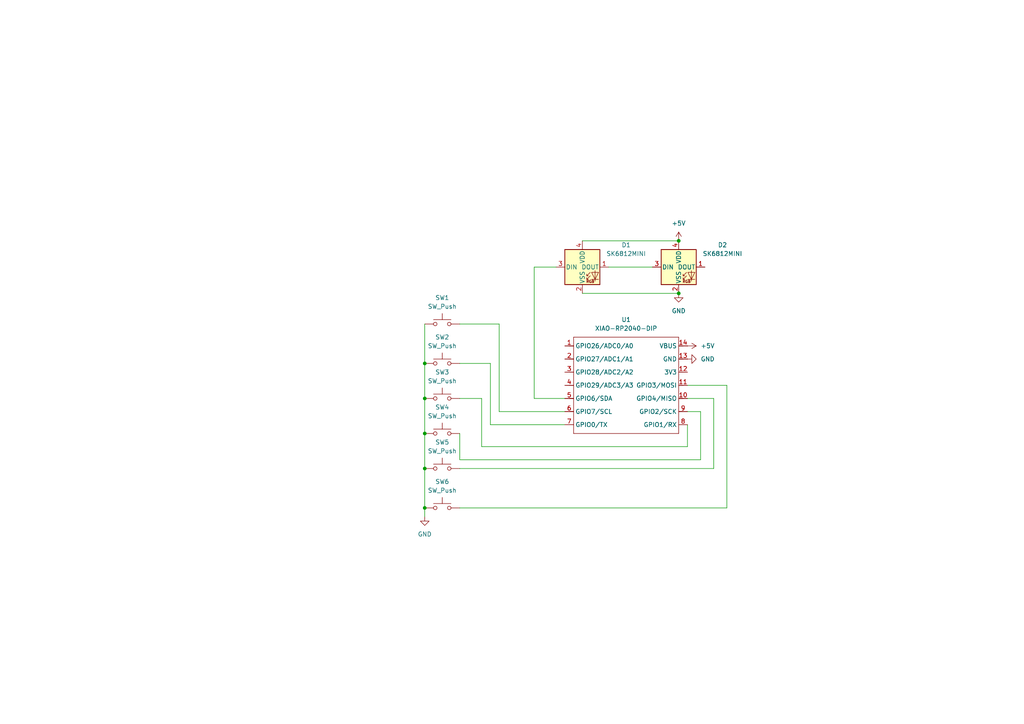
<source format=kicad_sch>
(kicad_sch
	(version 20250114)
	(generator "eeschema")
	(generator_version "9.0")
	(uuid "b92781f5-9c53-4bf3-a5d6-886faa2f9822")
	(paper "A4")
	(lib_symbols
		(symbol "LED:SK6812MINI"
			(pin_names
				(offset 0.254)
			)
			(exclude_from_sim no)
			(in_bom yes)
			(on_board yes)
			(property "Reference" "D"
				(at 5.08 5.715 0)
				(effects
					(font
						(size 1.27 1.27)
					)
					(justify right bottom)
				)
			)
			(property "Value" "SK6812MINI"
				(at 1.27 -5.715 0)
				(effects
					(font
						(size 1.27 1.27)
					)
					(justify left top)
				)
			)
			(property "Footprint" "LED_SMD:LED_SK6812MINI_PLCC4_3.5x3.5mm_P1.75mm"
				(at 1.27 -7.62 0)
				(effects
					(font
						(size 1.27 1.27)
					)
					(justify left top)
					(hide yes)
				)
			)
			(property "Datasheet" "https://cdn-shop.adafruit.com/product-files/2686/SK6812MINI_REV.01-1-2.pdf"
				(at 2.54 -9.525 0)
				(effects
					(font
						(size 1.27 1.27)
					)
					(justify left top)
					(hide yes)
				)
			)
			(property "Description" "RGB LED with integrated controller"
				(at 0 0 0)
				(effects
					(font
						(size 1.27 1.27)
					)
					(hide yes)
				)
			)
			(property "ki_keywords" "RGB LED NeoPixel Mini addressable"
				(at 0 0 0)
				(effects
					(font
						(size 1.27 1.27)
					)
					(hide yes)
				)
			)
			(property "ki_fp_filters" "LED*SK6812MINI*PLCC*3.5x3.5mm*P1.75mm*"
				(at 0 0 0)
				(effects
					(font
						(size 1.27 1.27)
					)
					(hide yes)
				)
			)
			(symbol "SK6812MINI_0_0"
				(text "RGB"
					(at 2.286 -4.191 0)
					(effects
						(font
							(size 0.762 0.762)
						)
					)
				)
			)
			(symbol "SK6812MINI_0_1"
				(polyline
					(pts
						(xy 1.27 -2.54) (xy 1.778 -2.54)
					)
					(stroke
						(width 0)
						(type default)
					)
					(fill
						(type none)
					)
				)
				(polyline
					(pts
						(xy 1.27 -3.556) (xy 1.778 -3.556)
					)
					(stroke
						(width 0)
						(type default)
					)
					(fill
						(type none)
					)
				)
				(polyline
					(pts
						(xy 2.286 -1.524) (xy 1.27 -2.54) (xy 1.27 -2.032)
					)
					(stroke
						(width 0)
						(type default)
					)
					(fill
						(type none)
					)
				)
				(polyline
					(pts
						(xy 2.286 -2.54) (xy 1.27 -3.556) (xy 1.27 -3.048)
					)
					(stroke
						(width 0)
						(type default)
					)
					(fill
						(type none)
					)
				)
				(polyline
					(pts
						(xy 3.683 -1.016) (xy 3.683 -3.556) (xy 3.683 -4.064)
					)
					(stroke
						(width 0)
						(type default)
					)
					(fill
						(type none)
					)
				)
				(polyline
					(pts
						(xy 4.699 -1.524) (xy 2.667 -1.524) (xy 3.683 -3.556) (xy 4.699 -1.524)
					)
					(stroke
						(width 0)
						(type default)
					)
					(fill
						(type none)
					)
				)
				(polyline
					(pts
						(xy 4.699 -3.556) (xy 2.667 -3.556)
					)
					(stroke
						(width 0)
						(type default)
					)
					(fill
						(type none)
					)
				)
				(rectangle
					(start 5.08 5.08)
					(end -5.08 -5.08)
					(stroke
						(width 0.254)
						(type default)
					)
					(fill
						(type background)
					)
				)
			)
			(symbol "SK6812MINI_1_1"
				(pin input line
					(at -7.62 0 0)
					(length 2.54)
					(name "DIN"
						(effects
							(font
								(size 1.27 1.27)
							)
						)
					)
					(number "3"
						(effects
							(font
								(size 1.27 1.27)
							)
						)
					)
				)
				(pin power_in line
					(at 0 7.62 270)
					(length 2.54)
					(name "VDD"
						(effects
							(font
								(size 1.27 1.27)
							)
						)
					)
					(number "4"
						(effects
							(font
								(size 1.27 1.27)
							)
						)
					)
				)
				(pin power_in line
					(at 0 -7.62 90)
					(length 2.54)
					(name "VSS"
						(effects
							(font
								(size 1.27 1.27)
							)
						)
					)
					(number "2"
						(effects
							(font
								(size 1.27 1.27)
							)
						)
					)
				)
				(pin output line
					(at 7.62 0 180)
					(length 2.54)
					(name "DOUT"
						(effects
							(font
								(size 1.27 1.27)
							)
						)
					)
					(number "1"
						(effects
							(font
								(size 1.27 1.27)
							)
						)
					)
				)
			)
			(embedded_fonts no)
		)
		(symbol "OPL:XIAO-RP2040-DIP"
			(exclude_from_sim no)
			(in_bom yes)
			(on_board yes)
			(property "Reference" "U"
				(at 0 0 0)
				(effects
					(font
						(size 1.27 1.27)
					)
				)
			)
			(property "Value" "XIAO-RP2040-DIP"
				(at 5.334 -1.778 0)
				(effects
					(font
						(size 1.27 1.27)
					)
				)
			)
			(property "Footprint" "Module:MOUDLE14P-XIAO-DIP-SMD"
				(at 14.478 -32.258 0)
				(effects
					(font
						(size 1.27 1.27)
					)
					(hide yes)
				)
			)
			(property "Datasheet" ""
				(at 0 0 0)
				(effects
					(font
						(size 1.27 1.27)
					)
					(hide yes)
				)
			)
			(property "Description" ""
				(at 0 0 0)
				(effects
					(font
						(size 1.27 1.27)
					)
					(hide yes)
				)
			)
			(symbol "XIAO-RP2040-DIP_1_0"
				(polyline
					(pts
						(xy -1.27 -2.54) (xy 29.21 -2.54)
					)
					(stroke
						(width 0.1524)
						(type solid)
					)
					(fill
						(type none)
					)
				)
				(polyline
					(pts
						(xy -1.27 -5.08) (xy -2.54 -5.08)
					)
					(stroke
						(width 0.1524)
						(type solid)
					)
					(fill
						(type none)
					)
				)
				(polyline
					(pts
						(xy -1.27 -5.08) (xy -1.27 -2.54)
					)
					(stroke
						(width 0.1524)
						(type solid)
					)
					(fill
						(type none)
					)
				)
				(polyline
					(pts
						(xy -1.27 -8.89) (xy -2.54 -8.89)
					)
					(stroke
						(width 0.1524)
						(type solid)
					)
					(fill
						(type none)
					)
				)
				(polyline
					(pts
						(xy -1.27 -8.89) (xy -1.27 -5.08)
					)
					(stroke
						(width 0.1524)
						(type solid)
					)
					(fill
						(type none)
					)
				)
				(polyline
					(pts
						(xy -1.27 -12.7) (xy -2.54 -12.7)
					)
					(stroke
						(width 0.1524)
						(type solid)
					)
					(fill
						(type none)
					)
				)
				(polyline
					(pts
						(xy -1.27 -12.7) (xy -1.27 -8.89)
					)
					(stroke
						(width 0.1524)
						(type solid)
					)
					(fill
						(type none)
					)
				)
				(polyline
					(pts
						(xy -1.27 -16.51) (xy -2.54 -16.51)
					)
					(stroke
						(width 0.1524)
						(type solid)
					)
					(fill
						(type none)
					)
				)
				(polyline
					(pts
						(xy -1.27 -16.51) (xy -1.27 -12.7)
					)
					(stroke
						(width 0.1524)
						(type solid)
					)
					(fill
						(type none)
					)
				)
				(polyline
					(pts
						(xy -1.27 -20.32) (xy -2.54 -20.32)
					)
					(stroke
						(width 0.1524)
						(type solid)
					)
					(fill
						(type none)
					)
				)
				(polyline
					(pts
						(xy -1.27 -24.13) (xy -2.54 -24.13)
					)
					(stroke
						(width 0.1524)
						(type solid)
					)
					(fill
						(type none)
					)
				)
				(polyline
					(pts
						(xy -1.27 -27.94) (xy -2.54 -27.94)
					)
					(stroke
						(width 0.1524)
						(type solid)
					)
					(fill
						(type none)
					)
				)
				(polyline
					(pts
						(xy -1.27 -30.48) (xy -1.27 -16.51)
					)
					(stroke
						(width 0.1524)
						(type solid)
					)
					(fill
						(type none)
					)
				)
				(polyline
					(pts
						(xy 29.21 -2.54) (xy 29.21 -5.08)
					)
					(stroke
						(width 0.1524)
						(type solid)
					)
					(fill
						(type none)
					)
				)
				(polyline
					(pts
						(xy 29.21 -5.08) (xy 29.21 -8.89)
					)
					(stroke
						(width 0.1524)
						(type solid)
					)
					(fill
						(type none)
					)
				)
				(polyline
					(pts
						(xy 29.21 -8.89) (xy 29.21 -12.7)
					)
					(stroke
						(width 0.1524)
						(type solid)
					)
					(fill
						(type none)
					)
				)
				(polyline
					(pts
						(xy 29.21 -12.7) (xy 29.21 -30.48)
					)
					(stroke
						(width 0.1524)
						(type solid)
					)
					(fill
						(type none)
					)
				)
				(polyline
					(pts
						(xy 29.21 -30.48) (xy -1.27 -30.48)
					)
					(stroke
						(width 0.1524)
						(type solid)
					)
					(fill
						(type none)
					)
				)
				(polyline
					(pts
						(xy 30.48 -5.08) (xy 29.21 -5.08)
					)
					(stroke
						(width 0.1524)
						(type solid)
					)
					(fill
						(type none)
					)
				)
				(polyline
					(pts
						(xy 30.48 -8.89) (xy 29.21 -8.89)
					)
					(stroke
						(width 0.1524)
						(type solid)
					)
					(fill
						(type none)
					)
				)
				(polyline
					(pts
						(xy 30.48 -12.7) (xy 29.21 -12.7)
					)
					(stroke
						(width 0.1524)
						(type solid)
					)
					(fill
						(type none)
					)
				)
				(polyline
					(pts
						(xy 30.48 -16.51) (xy 29.21 -16.51)
					)
					(stroke
						(width 0.1524)
						(type solid)
					)
					(fill
						(type none)
					)
				)
				(polyline
					(pts
						(xy 30.48 -20.32) (xy 29.21 -20.32)
					)
					(stroke
						(width 0.1524)
						(type solid)
					)
					(fill
						(type none)
					)
				)
				(polyline
					(pts
						(xy 30.48 -24.13) (xy 29.21 -24.13)
					)
					(stroke
						(width 0.1524)
						(type solid)
					)
					(fill
						(type none)
					)
				)
				(polyline
					(pts
						(xy 30.48 -27.94) (xy 29.21 -27.94)
					)
					(stroke
						(width 0.1524)
						(type solid)
					)
					(fill
						(type none)
					)
				)
				(pin passive line
					(at -3.81 -5.08 0)
					(length 2.54)
					(name "GPIO26/ADC0/A0"
						(effects
							(font
								(size 1.27 1.27)
							)
						)
					)
					(number "1"
						(effects
							(font
								(size 1.27 1.27)
							)
						)
					)
				)
				(pin passive line
					(at -3.81 -8.89 0)
					(length 2.54)
					(name "GPIO27/ADC1/A1"
						(effects
							(font
								(size 1.27 1.27)
							)
						)
					)
					(number "2"
						(effects
							(font
								(size 1.27 1.27)
							)
						)
					)
				)
				(pin passive line
					(at -3.81 -12.7 0)
					(length 2.54)
					(name "GPIO28/ADC2/A2"
						(effects
							(font
								(size 1.27 1.27)
							)
						)
					)
					(number "3"
						(effects
							(font
								(size 1.27 1.27)
							)
						)
					)
				)
				(pin passive line
					(at -3.81 -16.51 0)
					(length 2.54)
					(name "GPIO29/ADC3/A3"
						(effects
							(font
								(size 1.27 1.27)
							)
						)
					)
					(number "4"
						(effects
							(font
								(size 1.27 1.27)
							)
						)
					)
				)
				(pin passive line
					(at -3.81 -20.32 0)
					(length 2.54)
					(name "GPIO6/SDA"
						(effects
							(font
								(size 1.27 1.27)
							)
						)
					)
					(number "5"
						(effects
							(font
								(size 1.27 1.27)
							)
						)
					)
				)
				(pin passive line
					(at -3.81 -24.13 0)
					(length 2.54)
					(name "GPIO7/SCL"
						(effects
							(font
								(size 1.27 1.27)
							)
						)
					)
					(number "6"
						(effects
							(font
								(size 1.27 1.27)
							)
						)
					)
				)
				(pin passive line
					(at -3.81 -27.94 0)
					(length 2.54)
					(name "GPIO0/TX"
						(effects
							(font
								(size 1.27 1.27)
							)
						)
					)
					(number "7"
						(effects
							(font
								(size 1.27 1.27)
							)
						)
					)
				)
				(pin passive line
					(at 31.75 -5.08 180)
					(length 2.54)
					(name "VBUS"
						(effects
							(font
								(size 1.27 1.27)
							)
						)
					)
					(number "14"
						(effects
							(font
								(size 1.27 1.27)
							)
						)
					)
				)
				(pin passive line
					(at 31.75 -8.89 180)
					(length 2.54)
					(name "GND"
						(effects
							(font
								(size 1.27 1.27)
							)
						)
					)
					(number "13"
						(effects
							(font
								(size 1.27 1.27)
							)
						)
					)
				)
				(pin passive line
					(at 31.75 -12.7 180)
					(length 2.54)
					(name "3V3"
						(effects
							(font
								(size 1.27 1.27)
							)
						)
					)
					(number "12"
						(effects
							(font
								(size 1.27 1.27)
							)
						)
					)
				)
				(pin passive line
					(at 31.75 -16.51 180)
					(length 2.54)
					(name "GPIO3/MOSI"
						(effects
							(font
								(size 1.27 1.27)
							)
						)
					)
					(number "11"
						(effects
							(font
								(size 1.27 1.27)
							)
						)
					)
				)
				(pin passive line
					(at 31.75 -20.32 180)
					(length 2.54)
					(name "GPIO4/MISO"
						(effects
							(font
								(size 1.27 1.27)
							)
						)
					)
					(number "10"
						(effects
							(font
								(size 1.27 1.27)
							)
						)
					)
				)
				(pin passive line
					(at 31.75 -24.13 180)
					(length 2.54)
					(name "GPIO2/SCK"
						(effects
							(font
								(size 1.27 1.27)
							)
						)
					)
					(number "9"
						(effects
							(font
								(size 1.27 1.27)
							)
						)
					)
				)
				(pin passive line
					(at 31.75 -27.94 180)
					(length 2.54)
					(name "GPIO1/RX"
						(effects
							(font
								(size 1.27 1.27)
							)
						)
					)
					(number "8"
						(effects
							(font
								(size 1.27 1.27)
							)
						)
					)
				)
			)
			(embedded_fonts no)
		)
		(symbol "Switch:SW_Push"
			(pin_numbers
				(hide yes)
			)
			(pin_names
				(offset 1.016)
				(hide yes)
			)
			(exclude_from_sim no)
			(in_bom yes)
			(on_board yes)
			(property "Reference" "SW"
				(at 1.27 2.54 0)
				(effects
					(font
						(size 1.27 1.27)
					)
					(justify left)
				)
			)
			(property "Value" "SW_Push"
				(at 0 -1.524 0)
				(effects
					(font
						(size 1.27 1.27)
					)
				)
			)
			(property "Footprint" ""
				(at 0 5.08 0)
				(effects
					(font
						(size 1.27 1.27)
					)
					(hide yes)
				)
			)
			(property "Datasheet" "~"
				(at 0 5.08 0)
				(effects
					(font
						(size 1.27 1.27)
					)
					(hide yes)
				)
			)
			(property "Description" "Push button switch, generic, two pins"
				(at 0 0 0)
				(effects
					(font
						(size 1.27 1.27)
					)
					(hide yes)
				)
			)
			(property "ki_keywords" "switch normally-open pushbutton push-button"
				(at 0 0 0)
				(effects
					(font
						(size 1.27 1.27)
					)
					(hide yes)
				)
			)
			(symbol "SW_Push_0_1"
				(circle
					(center -2.032 0)
					(radius 0.508)
					(stroke
						(width 0)
						(type default)
					)
					(fill
						(type none)
					)
				)
				(polyline
					(pts
						(xy 0 1.27) (xy 0 3.048)
					)
					(stroke
						(width 0)
						(type default)
					)
					(fill
						(type none)
					)
				)
				(circle
					(center 2.032 0)
					(radius 0.508)
					(stroke
						(width 0)
						(type default)
					)
					(fill
						(type none)
					)
				)
				(polyline
					(pts
						(xy 2.54 1.27) (xy -2.54 1.27)
					)
					(stroke
						(width 0)
						(type default)
					)
					(fill
						(type none)
					)
				)
				(pin passive line
					(at -5.08 0 0)
					(length 2.54)
					(name "1"
						(effects
							(font
								(size 1.27 1.27)
							)
						)
					)
					(number "1"
						(effects
							(font
								(size 1.27 1.27)
							)
						)
					)
				)
				(pin passive line
					(at 5.08 0 180)
					(length 2.54)
					(name "2"
						(effects
							(font
								(size 1.27 1.27)
							)
						)
					)
					(number "2"
						(effects
							(font
								(size 1.27 1.27)
							)
						)
					)
				)
			)
			(embedded_fonts no)
		)
		(symbol "power:+5V"
			(power)
			(pin_numbers
				(hide yes)
			)
			(pin_names
				(offset 0)
				(hide yes)
			)
			(exclude_from_sim no)
			(in_bom yes)
			(on_board yes)
			(property "Reference" "#PWR"
				(at 0 -3.81 0)
				(effects
					(font
						(size 1.27 1.27)
					)
					(hide yes)
				)
			)
			(property "Value" "+5V"
				(at 0 3.556 0)
				(effects
					(font
						(size 1.27 1.27)
					)
				)
			)
			(property "Footprint" ""
				(at 0 0 0)
				(effects
					(font
						(size 1.27 1.27)
					)
					(hide yes)
				)
			)
			(property "Datasheet" ""
				(at 0 0 0)
				(effects
					(font
						(size 1.27 1.27)
					)
					(hide yes)
				)
			)
			(property "Description" "Power symbol creates a global label with name \"+5V\""
				(at 0 0 0)
				(effects
					(font
						(size 1.27 1.27)
					)
					(hide yes)
				)
			)
			(property "ki_keywords" "global power"
				(at 0 0 0)
				(effects
					(font
						(size 1.27 1.27)
					)
					(hide yes)
				)
			)
			(symbol "+5V_0_1"
				(polyline
					(pts
						(xy -0.762 1.27) (xy 0 2.54)
					)
					(stroke
						(width 0)
						(type default)
					)
					(fill
						(type none)
					)
				)
				(polyline
					(pts
						(xy 0 2.54) (xy 0.762 1.27)
					)
					(stroke
						(width 0)
						(type default)
					)
					(fill
						(type none)
					)
				)
				(polyline
					(pts
						(xy 0 0) (xy 0 2.54)
					)
					(stroke
						(width 0)
						(type default)
					)
					(fill
						(type none)
					)
				)
			)
			(symbol "+5V_1_1"
				(pin power_in line
					(at 0 0 90)
					(length 0)
					(name "~"
						(effects
							(font
								(size 1.27 1.27)
							)
						)
					)
					(number "1"
						(effects
							(font
								(size 1.27 1.27)
							)
						)
					)
				)
			)
			(embedded_fonts no)
		)
		(symbol "power:GND"
			(power)
			(pin_numbers
				(hide yes)
			)
			(pin_names
				(offset 0)
				(hide yes)
			)
			(exclude_from_sim no)
			(in_bom yes)
			(on_board yes)
			(property "Reference" "#PWR"
				(at 0 -6.35 0)
				(effects
					(font
						(size 1.27 1.27)
					)
					(hide yes)
				)
			)
			(property "Value" "GND"
				(at 0 -3.81 0)
				(effects
					(font
						(size 1.27 1.27)
					)
				)
			)
			(property "Footprint" ""
				(at 0 0 0)
				(effects
					(font
						(size 1.27 1.27)
					)
					(hide yes)
				)
			)
			(property "Datasheet" ""
				(at 0 0 0)
				(effects
					(font
						(size 1.27 1.27)
					)
					(hide yes)
				)
			)
			(property "Description" "Power symbol creates a global label with name \"GND\" , ground"
				(at 0 0 0)
				(effects
					(font
						(size 1.27 1.27)
					)
					(hide yes)
				)
			)
			(property "ki_keywords" "global power"
				(at 0 0 0)
				(effects
					(font
						(size 1.27 1.27)
					)
					(hide yes)
				)
			)
			(symbol "GND_0_1"
				(polyline
					(pts
						(xy 0 0) (xy 0 -1.27) (xy 1.27 -1.27) (xy 0 -2.54) (xy -1.27 -1.27) (xy 0 -1.27)
					)
					(stroke
						(width 0)
						(type default)
					)
					(fill
						(type none)
					)
				)
			)
			(symbol "GND_1_1"
				(pin power_in line
					(at 0 0 270)
					(length 0)
					(name "~"
						(effects
							(font
								(size 1.27 1.27)
							)
						)
					)
					(number "1"
						(effects
							(font
								(size 1.27 1.27)
							)
						)
					)
				)
			)
			(embedded_fonts no)
		)
	)
	(junction
		(at 123.19 147.32)
		(diameter 0)
		(color 0 0 0 0)
		(uuid "35103a3f-05d5-4a56-82e0-8c13ade06f30")
	)
	(junction
		(at 123.19 105.41)
		(diameter 0)
		(color 0 0 0 0)
		(uuid "6493dc78-c47c-4a4a-bf6f-e928b94628c3")
	)
	(junction
		(at 123.19 135.89)
		(diameter 0)
		(color 0 0 0 0)
		(uuid "75c5ffd2-c8ff-4b27-9d60-276ec2e758bb")
	)
	(junction
		(at 123.19 125.73)
		(diameter 0)
		(color 0 0 0 0)
		(uuid "7717aa69-7df7-41c2-8e4e-6ffaec41410d")
	)
	(junction
		(at 196.85 85.09)
		(diameter 0)
		(color 0 0 0 0)
		(uuid "bff09880-9b4e-4584-bb79-f8dcc0988f35")
	)
	(junction
		(at 123.19 115.57)
		(diameter 0)
		(color 0 0 0 0)
		(uuid "c5593558-73c8-4fc9-86e2-fa6da38c48d9")
	)
	(junction
		(at 196.85 69.85)
		(diameter 0)
		(color 0 0 0 0)
		(uuid "ed4d4277-f362-48d1-8c50-dff63ccc08ef")
	)
	(wire
		(pts
			(xy 133.35 133.35) (xy 133.35 125.73)
		)
		(stroke
			(width 0)
			(type default)
		)
		(uuid "15a0f243-ccee-4431-b908-2ee12eb2f349")
	)
	(wire
		(pts
			(xy 168.91 85.09) (xy 196.85 85.09)
		)
		(stroke
			(width 0)
			(type default)
		)
		(uuid "181dae45-fae9-4509-aa0d-70c832dee3ff")
	)
	(wire
		(pts
			(xy 176.53 77.47) (xy 189.23 77.47)
		)
		(stroke
			(width 0)
			(type default)
		)
		(uuid "20a75438-ec17-4d0f-8181-19c097b69738")
	)
	(wire
		(pts
			(xy 203.2 133.35) (xy 133.35 133.35)
		)
		(stroke
			(width 0)
			(type default)
		)
		(uuid "31f476f4-5a9c-4047-8168-b82c14830ee8")
	)
	(wire
		(pts
			(xy 123.19 93.98) (xy 123.19 105.41)
		)
		(stroke
			(width 0)
			(type default)
		)
		(uuid "34bd4eef-0e17-44eb-b187-53ca75c83059")
	)
	(wire
		(pts
			(xy 123.19 147.32) (xy 123.19 149.86)
		)
		(stroke
			(width 0)
			(type default)
		)
		(uuid "436530f6-9bf2-4192-ae46-6e00b9a269ef")
	)
	(wire
		(pts
			(xy 154.94 77.47) (xy 154.94 115.57)
		)
		(stroke
			(width 0)
			(type default)
		)
		(uuid "515007e0-e495-49de-a9f3-5656a00da80d")
	)
	(wire
		(pts
			(xy 133.35 135.89) (xy 207.01 135.89)
		)
		(stroke
			(width 0)
			(type default)
		)
		(uuid "5585181c-e417-4dc5-b829-788f33838239")
	)
	(wire
		(pts
			(xy 133.35 115.57) (xy 139.7 115.57)
		)
		(stroke
			(width 0)
			(type default)
		)
		(uuid "5feffcf9-c6a5-494a-b2ae-7659dad264b0")
	)
	(wire
		(pts
			(xy 207.01 115.57) (xy 199.39 115.57)
		)
		(stroke
			(width 0)
			(type default)
		)
		(uuid "60d082a5-d4d0-470a-91e2-0d4b13d2d4d4")
	)
	(wire
		(pts
			(xy 139.7 115.57) (xy 139.7 129.54)
		)
		(stroke
			(width 0)
			(type default)
		)
		(uuid "676de504-c5e1-4a54-9f00-c1934b4bab2f")
	)
	(wire
		(pts
			(xy 123.19 115.57) (xy 123.19 125.73)
		)
		(stroke
			(width 0)
			(type default)
		)
		(uuid "6e8ba0e6-264b-4729-b136-89b162734902")
	)
	(wire
		(pts
			(xy 144.78 93.98) (xy 133.35 93.98)
		)
		(stroke
			(width 0)
			(type default)
		)
		(uuid "6fa92737-f034-444a-bd75-2f4515ed374d")
	)
	(wire
		(pts
			(xy 199.39 119.38) (xy 203.2 119.38)
		)
		(stroke
			(width 0)
			(type default)
		)
		(uuid "7305535e-e6a6-4e15-8717-392258c4d3d5")
	)
	(wire
		(pts
			(xy 142.24 123.19) (xy 163.83 123.19)
		)
		(stroke
			(width 0)
			(type default)
		)
		(uuid "7b3a4625-0495-4ad5-9c1d-af29e379d619")
	)
	(wire
		(pts
			(xy 203.2 119.38) (xy 203.2 133.35)
		)
		(stroke
			(width 0)
			(type default)
		)
		(uuid "7e8376f3-92ea-470e-afdb-03665cdf285c")
	)
	(wire
		(pts
			(xy 123.19 135.89) (xy 123.19 147.32)
		)
		(stroke
			(width 0)
			(type default)
		)
		(uuid "8562cc4d-bca8-48a1-8c35-5341e74964df")
	)
	(wire
		(pts
			(xy 139.7 129.54) (xy 199.39 129.54)
		)
		(stroke
			(width 0)
			(type default)
		)
		(uuid "a9bb81fb-f9e1-4f93-a764-c40dd7a63747")
	)
	(wire
		(pts
			(xy 163.83 119.38) (xy 144.78 119.38)
		)
		(stroke
			(width 0)
			(type default)
		)
		(uuid "accd7c57-b80b-44f6-b8e0-54a1120d4725")
	)
	(wire
		(pts
			(xy 199.39 111.76) (xy 210.82 111.76)
		)
		(stroke
			(width 0)
			(type default)
		)
		(uuid "ae93c11c-45e3-49d4-b909-8ef392281bcd")
	)
	(wire
		(pts
			(xy 210.82 111.76) (xy 210.82 147.32)
		)
		(stroke
			(width 0)
			(type default)
		)
		(uuid "aee0f4a2-6e84-47ef-8631-88512eb44b86")
	)
	(wire
		(pts
			(xy 199.39 129.54) (xy 199.39 123.19)
		)
		(stroke
			(width 0)
			(type default)
		)
		(uuid "c787b102-1b7c-41ea-ac89-d8d8e51185c2")
	)
	(wire
		(pts
			(xy 161.29 77.47) (xy 154.94 77.47)
		)
		(stroke
			(width 0)
			(type default)
		)
		(uuid "c9badb16-85a8-4ab5-a99b-0590b0392839")
	)
	(wire
		(pts
			(xy 123.19 125.73) (xy 123.19 135.89)
		)
		(stroke
			(width 0)
			(type default)
		)
		(uuid "d09f020b-db11-455a-b40d-e94f5648d903")
	)
	(wire
		(pts
			(xy 142.24 105.41) (xy 142.24 123.19)
		)
		(stroke
			(width 0)
			(type default)
		)
		(uuid "e7e2cdc4-4ad3-4ba3-b86a-522b5d6f09a4")
	)
	(wire
		(pts
			(xy 168.91 69.85) (xy 196.85 69.85)
		)
		(stroke
			(width 0)
			(type default)
		)
		(uuid "ea9d5d44-3ca3-4a52-bba4-78f22b3ea1de")
	)
	(wire
		(pts
			(xy 123.19 105.41) (xy 123.19 115.57)
		)
		(stroke
			(width 0)
			(type default)
		)
		(uuid "ebfb182a-6fbb-46f7-9115-5b18479c8fe6")
	)
	(wire
		(pts
			(xy 210.82 147.32) (xy 133.35 147.32)
		)
		(stroke
			(width 0)
			(type default)
		)
		(uuid "f0e54388-860a-4ad7-8774-9d29e4c8261f")
	)
	(wire
		(pts
			(xy 154.94 115.57) (xy 163.83 115.57)
		)
		(stroke
			(width 0)
			(type default)
		)
		(uuid "f1abbb56-ad85-40de-983b-174385396111")
	)
	(wire
		(pts
			(xy 144.78 119.38) (xy 144.78 93.98)
		)
		(stroke
			(width 0)
			(type default)
		)
		(uuid "f3bf0ec2-bcc2-4352-af86-34689c8ac33f")
	)
	(wire
		(pts
			(xy 207.01 135.89) (xy 207.01 115.57)
		)
		(stroke
			(width 0)
			(type default)
		)
		(uuid "fa6425a3-2efa-4106-9170-8a16f5b39973")
	)
	(wire
		(pts
			(xy 133.35 105.41) (xy 142.24 105.41)
		)
		(stroke
			(width 0)
			(type default)
		)
		(uuid "fb9a974c-389a-4ab6-8c28-e1a5b562c2e3")
	)
	(symbol
		(lib_id "Switch:SW_Push")
		(at 128.27 125.73 0)
		(unit 1)
		(exclude_from_sim no)
		(in_bom yes)
		(on_board yes)
		(dnp no)
		(fields_autoplaced yes)
		(uuid "11289134-289e-46f7-9ded-f6ed1364ccaf")
		(property "Reference" "SW4"
			(at 128.27 118.11 0)
			(effects
				(font
					(size 1.27 1.27)
				)
			)
		)
		(property "Value" "SW_Push"
			(at 128.27 120.65 0)
			(effects
				(font
					(size 1.27 1.27)
				)
			)
		)
		(property "Footprint" "Button_Switch_Keyboard:SW_Cherry_MX_1.00u_PCB"
			(at 128.27 120.65 0)
			(effects
				(font
					(size 1.27 1.27)
				)
				(hide yes)
			)
		)
		(property "Datasheet" "~"
			(at 128.27 120.65 0)
			(effects
				(font
					(size 1.27 1.27)
				)
				(hide yes)
			)
		)
		(property "Description" "Push button switch, generic, two pins"
			(at 128.27 125.73 0)
			(effects
				(font
					(size 1.27 1.27)
				)
				(hide yes)
			)
		)
		(pin "2"
			(uuid "5a861bdc-d257-49c2-b8c6-1736966d9c23")
		)
		(pin "1"
			(uuid "75e904b3-7a54-4ac6-9a75-1e7285c9529e")
		)
		(instances
			(project ""
				(path "/b92781f5-9c53-4bf3-a5d6-886faa2f9822"
					(reference "SW4")
					(unit 1)
				)
			)
		)
	)
	(symbol
		(lib_id "power:+5V")
		(at 199.39 100.33 270)
		(unit 1)
		(exclude_from_sim no)
		(in_bom yes)
		(on_board yes)
		(dnp no)
		(fields_autoplaced yes)
		(uuid "2253ab2a-38b9-4e54-9432-fb17230f4194")
		(property "Reference" "#PWR03"
			(at 195.58 100.33 0)
			(effects
				(font
					(size 1.27 1.27)
				)
				(hide yes)
			)
		)
		(property "Value" "+5V"
			(at 203.2 100.3299 90)
			(effects
				(font
					(size 1.27 1.27)
				)
				(justify left)
			)
		)
		(property "Footprint" ""
			(at 199.39 100.33 0)
			(effects
				(font
					(size 1.27 1.27)
				)
				(hide yes)
			)
		)
		(property "Datasheet" ""
			(at 199.39 100.33 0)
			(effects
				(font
					(size 1.27 1.27)
				)
				(hide yes)
			)
		)
		(property "Description" "Power symbol creates a global label with name \"+5V\""
			(at 199.39 100.33 0)
			(effects
				(font
					(size 1.27 1.27)
				)
				(hide yes)
			)
		)
		(pin "1"
			(uuid "59c7a895-ba83-4e4c-87c5-c2287d53f160")
		)
		(instances
			(project ""
				(path "/b92781f5-9c53-4bf3-a5d6-886faa2f9822"
					(reference "#PWR03")
					(unit 1)
				)
			)
		)
	)
	(symbol
		(lib_id "Switch:SW_Push")
		(at 128.27 93.98 0)
		(unit 1)
		(exclude_from_sim no)
		(in_bom yes)
		(on_board yes)
		(dnp no)
		(fields_autoplaced yes)
		(uuid "27370bed-4a55-4484-925c-235ee26c935c")
		(property "Reference" "SW1"
			(at 128.27 86.36 0)
			(effects
				(font
					(size 1.27 1.27)
				)
			)
		)
		(property "Value" "SW_Push"
			(at 128.27 88.9 0)
			(effects
				(font
					(size 1.27 1.27)
				)
			)
		)
		(property "Footprint" "Button_Switch_Keyboard:SW_Cherry_MX_1.00u_PCB"
			(at 128.27 88.9 0)
			(effects
				(font
					(size 1.27 1.27)
				)
				(hide yes)
			)
		)
		(property "Datasheet" "~"
			(at 128.27 88.9 0)
			(effects
				(font
					(size 1.27 1.27)
				)
				(hide yes)
			)
		)
		(property "Description" "Push button switch, generic, two pins"
			(at 128.27 93.98 0)
			(effects
				(font
					(size 1.27 1.27)
				)
				(hide yes)
			)
		)
		(pin "2"
			(uuid "851d0394-699f-43a0-abcf-d403e339ec13")
		)
		(pin "1"
			(uuid "46716e04-b5c5-4ec5-93f2-e42f38a98c07")
		)
		(instances
			(project ""
				(path "/b92781f5-9c53-4bf3-a5d6-886faa2f9822"
					(reference "SW1")
					(unit 1)
				)
			)
		)
	)
	(symbol
		(lib_id "power:+5V")
		(at 196.85 69.85 0)
		(unit 1)
		(exclude_from_sim no)
		(in_bom yes)
		(on_board yes)
		(dnp no)
		(fields_autoplaced yes)
		(uuid "39a2c8e2-6122-4e6c-8112-284ccbb69404")
		(property "Reference" "#PWR01"
			(at 196.85 73.66 0)
			(effects
				(font
					(size 1.27 1.27)
				)
				(hide yes)
			)
		)
		(property "Value" "+5V"
			(at 196.85 64.77 0)
			(effects
				(font
					(size 1.27 1.27)
				)
			)
		)
		(property "Footprint" ""
			(at 196.85 69.85 0)
			(effects
				(font
					(size 1.27 1.27)
				)
				(hide yes)
			)
		)
		(property "Datasheet" ""
			(at 196.85 69.85 0)
			(effects
				(font
					(size 1.27 1.27)
				)
				(hide yes)
			)
		)
		(property "Description" "Power symbol creates a global label with name \"+5V\""
			(at 196.85 69.85 0)
			(effects
				(font
					(size 1.27 1.27)
				)
				(hide yes)
			)
		)
		(pin "1"
			(uuid "f12990f4-a172-4001-a573-a4bdf33ede3e")
		)
		(instances
			(project ""
				(path "/b92781f5-9c53-4bf3-a5d6-886faa2f9822"
					(reference "#PWR01")
					(unit 1)
				)
			)
		)
	)
	(symbol
		(lib_id "LED:SK6812MINI")
		(at 168.91 77.47 0)
		(unit 1)
		(exclude_from_sim no)
		(in_bom yes)
		(on_board yes)
		(dnp no)
		(fields_autoplaced yes)
		(uuid "5444fe05-d582-42df-8046-c5c4df87fa8c")
		(property "Reference" "D1"
			(at 181.61 71.0498 0)
			(effects
				(font
					(size 1.27 1.27)
				)
			)
		)
		(property "Value" "SK6812MINI"
			(at 181.61 73.5898 0)
			(effects
				(font
					(size 1.27 1.27)
				)
			)
		)
		(property "Footprint" "LED_SMD:LED_SK6812MINI_PLCC4_3.5x3.5mm_P1.75mm"
			(at 170.18 85.09 0)
			(effects
				(font
					(size 1.27 1.27)
				)
				(justify left top)
				(hide yes)
			)
		)
		(property "Datasheet" "https://cdn-shop.adafruit.com/product-files/2686/SK6812MINI_REV.01-1-2.pdf"
			(at 171.45 86.995 0)
			(effects
				(font
					(size 1.27 1.27)
				)
				(justify left top)
				(hide yes)
			)
		)
		(property "Description" "RGB LED with integrated controller"
			(at 168.91 77.47 0)
			(effects
				(font
					(size 1.27 1.27)
				)
				(hide yes)
			)
		)
		(pin "3"
			(uuid "bd757567-19de-435a-98e5-2c6e30964779")
		)
		(pin "4"
			(uuid "d02f0e3c-5df5-4cdb-b9f6-e53ea69c403e")
		)
		(pin "2"
			(uuid "1394a5ac-3c24-4e95-a0d4-6aea127363e7")
		)
		(pin "1"
			(uuid "b8b2d262-6b10-48e6-9390-352efe04b36c")
		)
		(instances
			(project ""
				(path "/b92781f5-9c53-4bf3-a5d6-886faa2f9822"
					(reference "D1")
					(unit 1)
				)
			)
		)
	)
	(symbol
		(lib_id "Switch:SW_Push")
		(at 128.27 135.89 0)
		(unit 1)
		(exclude_from_sim no)
		(in_bom yes)
		(on_board yes)
		(dnp no)
		(fields_autoplaced yes)
		(uuid "6c0b9cbd-9d08-414b-a674-9c9d4e037d07")
		(property "Reference" "SW5"
			(at 128.27 128.27 0)
			(effects
				(font
					(size 1.27 1.27)
				)
			)
		)
		(property "Value" "SW_Push"
			(at 128.27 130.81 0)
			(effects
				(font
					(size 1.27 1.27)
				)
			)
		)
		(property "Footprint" "Button_Switch_Keyboard:SW_Cherry_MX_1.00u_PCB"
			(at 128.27 130.81 0)
			(effects
				(font
					(size 1.27 1.27)
				)
				(hide yes)
			)
		)
		(property "Datasheet" "~"
			(at 128.27 130.81 0)
			(effects
				(font
					(size 1.27 1.27)
				)
				(hide yes)
			)
		)
		(property "Description" "Push button switch, generic, two pins"
			(at 128.27 135.89 0)
			(effects
				(font
					(size 1.27 1.27)
				)
				(hide yes)
			)
		)
		(pin "2"
			(uuid "2fcaab2f-f252-4783-9b81-1c24afc20cf5")
		)
		(pin "1"
			(uuid "e9955af1-a66a-4c63-a1a2-a2522c3d0f80")
		)
		(instances
			(project ""
				(path "/b92781f5-9c53-4bf3-a5d6-886faa2f9822"
					(reference "SW5")
					(unit 1)
				)
			)
		)
	)
	(symbol
		(lib_id "Switch:SW_Push")
		(at 128.27 115.57 0)
		(unit 1)
		(exclude_from_sim no)
		(in_bom yes)
		(on_board yes)
		(dnp no)
		(fields_autoplaced yes)
		(uuid "9ec151dd-900f-4e79-99b8-4c629d7c1313")
		(property "Reference" "SW3"
			(at 128.27 107.95 0)
			(effects
				(font
					(size 1.27 1.27)
				)
			)
		)
		(property "Value" "SW_Push"
			(at 128.27 110.49 0)
			(effects
				(font
					(size 1.27 1.27)
				)
			)
		)
		(property "Footprint" "Button_Switch_Keyboard:SW_Cherry_MX_1.00u_PCB"
			(at 128.27 110.49 0)
			(effects
				(font
					(size 1.27 1.27)
				)
				(hide yes)
			)
		)
		(property "Datasheet" "~"
			(at 128.27 110.49 0)
			(effects
				(font
					(size 1.27 1.27)
				)
				(hide yes)
			)
		)
		(property "Description" "Push button switch, generic, two pins"
			(at 128.27 115.57 0)
			(effects
				(font
					(size 1.27 1.27)
				)
				(hide yes)
			)
		)
		(pin "2"
			(uuid "8f9252b2-2a5f-44d3-9d96-c6ffa28bc539")
		)
		(pin "1"
			(uuid "c425974f-7a9f-4ced-aba9-119a7b26be76")
		)
		(instances
			(project ""
				(path "/b92781f5-9c53-4bf3-a5d6-886faa2f9822"
					(reference "SW3")
					(unit 1)
				)
			)
		)
	)
	(symbol
		(lib_id "power:GND")
		(at 123.19 149.86 0)
		(unit 1)
		(exclude_from_sim no)
		(in_bom yes)
		(on_board yes)
		(dnp no)
		(fields_autoplaced yes)
		(uuid "a208d437-bf71-40e9-8523-506390b6e71f")
		(property "Reference" "#PWR05"
			(at 123.19 156.21 0)
			(effects
				(font
					(size 1.27 1.27)
				)
				(hide yes)
			)
		)
		(property "Value" "GND"
			(at 123.19 154.94 0)
			(effects
				(font
					(size 1.27 1.27)
				)
			)
		)
		(property "Footprint" ""
			(at 123.19 149.86 0)
			(effects
				(font
					(size 1.27 1.27)
				)
				(hide yes)
			)
		)
		(property "Datasheet" ""
			(at 123.19 149.86 0)
			(effects
				(font
					(size 1.27 1.27)
				)
				(hide yes)
			)
		)
		(property "Description" "Power symbol creates a global label with name \"GND\" , ground"
			(at 123.19 149.86 0)
			(effects
				(font
					(size 1.27 1.27)
				)
				(hide yes)
			)
		)
		(pin "1"
			(uuid "c818c65d-707b-4c9f-958f-b8b09d639d70")
		)
		(instances
			(project ""
				(path "/b92781f5-9c53-4bf3-a5d6-886faa2f9822"
					(reference "#PWR05")
					(unit 1)
				)
			)
		)
	)
	(symbol
		(lib_id "Switch:SW_Push")
		(at 128.27 147.32 0)
		(unit 1)
		(exclude_from_sim no)
		(in_bom yes)
		(on_board yes)
		(dnp no)
		(fields_autoplaced yes)
		(uuid "aa2e7122-9680-4766-98a6-76096caee787")
		(property "Reference" "SW6"
			(at 128.27 139.7 0)
			(effects
				(font
					(size 1.27 1.27)
				)
			)
		)
		(property "Value" "SW_Push"
			(at 128.27 142.24 0)
			(effects
				(font
					(size 1.27 1.27)
				)
			)
		)
		(property "Footprint" "Button_Switch_Keyboard:SW_Cherry_MX_1.00u_PCB"
			(at 128.27 142.24 0)
			(effects
				(font
					(size 1.27 1.27)
				)
				(hide yes)
			)
		)
		(property "Datasheet" "~"
			(at 128.27 142.24 0)
			(effects
				(font
					(size 1.27 1.27)
				)
				(hide yes)
			)
		)
		(property "Description" "Push button switch, generic, two pins"
			(at 128.27 147.32 0)
			(effects
				(font
					(size 1.27 1.27)
				)
				(hide yes)
			)
		)
		(pin "2"
			(uuid "17b0bfc7-4111-4a57-8aeb-2773cc8f2161")
		)
		(pin "1"
			(uuid "a7a5b8ef-3261-456b-a8f9-ac0cc98ce7cd")
		)
		(instances
			(project ""
				(path "/b92781f5-9c53-4bf3-a5d6-886faa2f9822"
					(reference "SW6")
					(unit 1)
				)
			)
		)
	)
	(symbol
		(lib_id "power:GND")
		(at 196.85 85.09 0)
		(unit 1)
		(exclude_from_sim no)
		(in_bom yes)
		(on_board yes)
		(dnp no)
		(fields_autoplaced yes)
		(uuid "c41d03fd-8aa5-4e3e-b0cd-13f3cccc93a2")
		(property "Reference" "#PWR02"
			(at 196.85 91.44 0)
			(effects
				(font
					(size 1.27 1.27)
				)
				(hide yes)
			)
		)
		(property "Value" "GND"
			(at 196.85 90.17 0)
			(effects
				(font
					(size 1.27 1.27)
				)
			)
		)
		(property "Footprint" ""
			(at 196.85 85.09 0)
			(effects
				(font
					(size 1.27 1.27)
				)
				(hide yes)
			)
		)
		(property "Datasheet" ""
			(at 196.85 85.09 0)
			(effects
				(font
					(size 1.27 1.27)
				)
				(hide yes)
			)
		)
		(property "Description" "Power symbol creates a global label with name \"GND\" , ground"
			(at 196.85 85.09 0)
			(effects
				(font
					(size 1.27 1.27)
				)
				(hide yes)
			)
		)
		(pin "1"
			(uuid "e42d62ea-4539-4dff-a16c-5b56a53cc7dd")
		)
		(instances
			(project ""
				(path "/b92781f5-9c53-4bf3-a5d6-886faa2f9822"
					(reference "#PWR02")
					(unit 1)
				)
			)
		)
	)
	(symbol
		(lib_id "power:GND")
		(at 199.39 104.14 90)
		(unit 1)
		(exclude_from_sim no)
		(in_bom yes)
		(on_board yes)
		(dnp no)
		(fields_autoplaced yes)
		(uuid "d49efd97-16e3-4759-bb19-0d9f1d758d89")
		(property "Reference" "#PWR04"
			(at 205.74 104.14 0)
			(effects
				(font
					(size 1.27 1.27)
				)
				(hide yes)
			)
		)
		(property "Value" "GND"
			(at 203.2 104.1399 90)
			(effects
				(font
					(size 1.27 1.27)
				)
				(justify right)
			)
		)
		(property "Footprint" ""
			(at 199.39 104.14 0)
			(effects
				(font
					(size 1.27 1.27)
				)
				(hide yes)
			)
		)
		(property "Datasheet" ""
			(at 199.39 104.14 0)
			(effects
				(font
					(size 1.27 1.27)
				)
				(hide yes)
			)
		)
		(property "Description" "Power symbol creates a global label with name \"GND\" , ground"
			(at 199.39 104.14 0)
			(effects
				(font
					(size 1.27 1.27)
				)
				(hide yes)
			)
		)
		(pin "1"
			(uuid "080810d0-be0a-4e93-bbc7-7a71247ace41")
		)
		(instances
			(project ""
				(path "/b92781f5-9c53-4bf3-a5d6-886faa2f9822"
					(reference "#PWR04")
					(unit 1)
				)
			)
		)
	)
	(symbol
		(lib_id "LED:SK6812MINI")
		(at 196.85 77.47 0)
		(unit 1)
		(exclude_from_sim no)
		(in_bom yes)
		(on_board yes)
		(dnp no)
		(fields_autoplaced yes)
		(uuid "d6fb8720-6f06-49a8-b464-95f14358e6b4")
		(property "Reference" "D2"
			(at 209.55 71.0498 0)
			(effects
				(font
					(size 1.27 1.27)
				)
			)
		)
		(property "Value" "SK6812MINI"
			(at 209.55 73.5898 0)
			(effects
				(font
					(size 1.27 1.27)
				)
			)
		)
		(property "Footprint" "LED_SMD:LED_SK6812MINI_PLCC4_3.5x3.5mm_P1.75mm"
			(at 198.12 85.09 0)
			(effects
				(font
					(size 1.27 1.27)
				)
				(justify left top)
				(hide yes)
			)
		)
		(property "Datasheet" "https://cdn-shop.adafruit.com/product-files/2686/SK6812MINI_REV.01-1-2.pdf"
			(at 199.39 86.995 0)
			(effects
				(font
					(size 1.27 1.27)
				)
				(justify left top)
				(hide yes)
			)
		)
		(property "Description" "RGB LED with integrated controller"
			(at 196.85 77.47 0)
			(effects
				(font
					(size 1.27 1.27)
				)
				(hide yes)
			)
		)
		(pin "3"
			(uuid "35673279-de07-4f8f-a305-9b20124adb6d")
		)
		(pin "4"
			(uuid "c24637bd-89a2-4f40-97ed-ae4482d60910")
		)
		(pin "2"
			(uuid "e0753a3e-4d1e-4359-9468-fc36e4fdab74")
		)
		(pin "1"
			(uuid "1019c987-add0-4f6f-8f3c-87ee82905e16")
		)
		(instances
			(project ""
				(path "/b92781f5-9c53-4bf3-a5d6-886faa2f9822"
					(reference "D2")
					(unit 1)
				)
			)
		)
	)
	(symbol
		(lib_id "OPL:XIAO-RP2040-DIP")
		(at 167.64 95.25 0)
		(unit 1)
		(exclude_from_sim no)
		(in_bom yes)
		(on_board yes)
		(dnp no)
		(fields_autoplaced yes)
		(uuid "daf64c6e-fdb4-4825-8429-f9ca414a036f")
		(property "Reference" "U1"
			(at 181.61 92.71 0)
			(effects
				(font
					(size 1.27 1.27)
				)
			)
		)
		(property "Value" "XIAO-RP2040-DIP"
			(at 181.61 95.25 0)
			(effects
				(font
					(size 1.27 1.27)
				)
			)
		)
		(property "Footprint" "OPL:XIAO-RP2040-DIP"
			(at 182.118 127.508 0)
			(effects
				(font
					(size 1.27 1.27)
				)
				(hide yes)
			)
		)
		(property "Datasheet" ""
			(at 167.64 95.25 0)
			(effects
				(font
					(size 1.27 1.27)
				)
				(hide yes)
			)
		)
		(property "Description" ""
			(at 167.64 95.25 0)
			(effects
				(font
					(size 1.27 1.27)
				)
				(hide yes)
			)
		)
		(pin "1"
			(uuid "b47daffa-9de2-45d4-800e-f20e4669670d")
		)
		(pin "11"
			(uuid "436e5d70-ddad-4e14-ae2e-77548d8cfc36")
		)
		(pin "6"
			(uuid "7d542d72-97ad-4f40-a0d4-a40bc4c4bda5")
		)
		(pin "13"
			(uuid "98dd897d-4adf-4129-a571-5d51c3882616")
		)
		(pin "3"
			(uuid "357e6ab4-8115-43e6-83fc-ba3d1317016f")
		)
		(pin "5"
			(uuid "7c3051ad-7f7b-4fb5-beec-a02c8a2fe13e")
		)
		(pin "2"
			(uuid "2e13d2e7-501c-48b1-bdd6-57e59320f544")
		)
		(pin "14"
			(uuid "4cc2632b-5de5-47ec-9a0e-ab1bcbf10fad")
		)
		(pin "12"
			(uuid "b0f87cc9-4678-41be-b040-c141d36269eb")
		)
		(pin "7"
			(uuid "ff189af0-ef16-4d25-a1ce-ee96a866029e")
		)
		(pin "10"
			(uuid "6ac6c85d-d17e-4eb5-ab7b-0c5f8be60c15")
		)
		(pin "9"
			(uuid "7d0fd051-c044-42f6-99cb-f138db0de6de")
		)
		(pin "4"
			(uuid "df0542db-f05c-442a-990f-817986699a21")
		)
		(pin "8"
			(uuid "5ca213b1-32e1-4828-85c3-68e8682d4cea")
		)
		(instances
			(project ""
				(path "/b92781f5-9c53-4bf3-a5d6-886faa2f9822"
					(reference "U1")
					(unit 1)
				)
			)
		)
	)
	(symbol
		(lib_id "Switch:SW_Push")
		(at 128.27 105.41 0)
		(unit 1)
		(exclude_from_sim no)
		(in_bom yes)
		(on_board yes)
		(dnp no)
		(fields_autoplaced yes)
		(uuid "f0c819e4-366f-4bcf-aa16-ff221b16ad63")
		(property "Reference" "SW2"
			(at 128.27 97.79 0)
			(effects
				(font
					(size 1.27 1.27)
				)
			)
		)
		(property "Value" "SW_Push"
			(at 128.27 100.33 0)
			(effects
				(font
					(size 1.27 1.27)
				)
			)
		)
		(property "Footprint" "Button_Switch_Keyboard:SW_Cherry_MX_1.00u_PCB"
			(at 128.27 100.33 0)
			(effects
				(font
					(size 1.27 1.27)
				)
				(hide yes)
			)
		)
		(property "Datasheet" "~"
			(at 128.27 100.33 0)
			(effects
				(font
					(size 1.27 1.27)
				)
				(hide yes)
			)
		)
		(property "Description" "Push button switch, generic, two pins"
			(at 128.27 105.41 0)
			(effects
				(font
					(size 1.27 1.27)
				)
				(hide yes)
			)
		)
		(pin "1"
			(uuid "4dda0aa8-2a8f-41ba-9afe-ed9291ce8ac5")
		)
		(pin "2"
			(uuid "2f55d910-d776-40c4-8645-76410d347ea2")
		)
		(instances
			(project ""
				(path "/b92781f5-9c53-4bf3-a5d6-886faa2f9822"
					(reference "SW2")
					(unit 1)
				)
			)
		)
	)
	(sheet_instances
		(path "/"
			(page "1")
		)
	)
	(embedded_fonts no)
)

</source>
